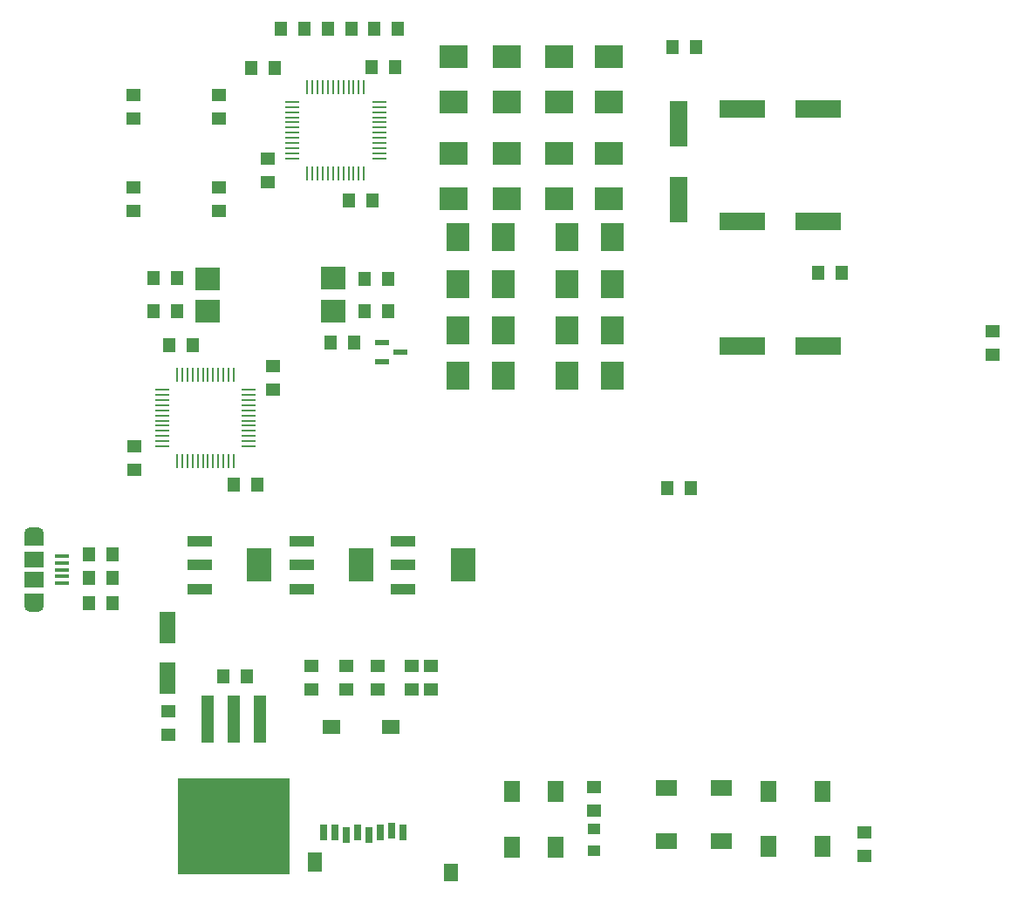
<source format=gtp>
G04*
G04 #@! TF.GenerationSoftware,Altium Limited,Altium Designer,21.2.1 (34)*
G04*
G04 Layer_Color=8421504*
%FSTAX24Y24*%
%MOIN*%
G70*
G04*
G04 #@! TF.SameCoordinates,5BC75E6B-F5FC-40A1-8AA7-6D38C453C1D6*
G04*
G04*
G04 #@! TF.FilePolarity,Positive*
G04*
G01*
G75*
%ADD21R,0.0500X0.0550*%
%ADD22R,0.1080X0.0850*%
%ADD23R,0.1732X0.0709*%
%ADD24R,0.0709X0.1732*%
%ADD25R,0.0850X0.1080*%
%ADD26R,0.0550X0.0500*%
%ADD27R,0.0591X0.0787*%
%ADD28R,0.0787X0.0591*%
%ADD29R,0.0472X0.0433*%
%ADD30R,0.0551X0.0700*%
%ADD31R,0.0315X0.0591*%
%ADD32R,0.0709X0.0551*%
%ADD33R,0.0551X0.0748*%
%ADD34R,0.0945X0.0394*%
%ADD35R,0.0945X0.1299*%
%ADD36R,0.0520X0.0220*%
%ADD37R,0.0920X0.0860*%
%ADD38R,0.0580X0.0110*%
%ADD39R,0.0110X0.0580*%
%ADD40R,0.0530X0.0160*%
%ADD41R,0.0750X0.0590*%
%ADD42O,0.0750X0.0480*%
%ADD43R,0.0630X0.1240*%
%ADD44R,0.0453X0.1811*%
%ADD45R,0.4252X0.3701*%
G36*
X010922Y023812D02*
X011672D01*
Y023352D01*
X010922D01*
Y023812D01*
D02*
G37*
G36*
Y025648D02*
X011672D01*
Y026108D01*
X010922D01*
Y025648D01*
D02*
G37*
D21*
X0366Y04471D02*
D03*
X0357D02*
D03*
X04217Y03607D02*
D03*
X04127D02*
D03*
X02262Y03343D02*
D03*
X02352D02*
D03*
X02484Y03462D02*
D03*
X02394D02*
D03*
X02484Y03586D02*
D03*
X02394D02*
D03*
X02518Y04541D02*
D03*
X02428D02*
D03*
X02418Y04394D02*
D03*
X02508D02*
D03*
X02251Y04541D02*
D03*
X02341D02*
D03*
X02161D02*
D03*
X02071D02*
D03*
X02048Y04391D02*
D03*
X01958D02*
D03*
X01585Y03589D02*
D03*
X01675D02*
D03*
Y03461D02*
D03*
X01585D02*
D03*
X01645Y03331D02*
D03*
X01735D02*
D03*
X01982Y028D02*
D03*
X01892D02*
D03*
X0143Y02531D02*
D03*
X0134D02*
D03*
X0143Y02443D02*
D03*
X0134D02*
D03*
X0143Y02344D02*
D03*
X0134D02*
D03*
X01944Y02066D02*
D03*
X01854D02*
D03*
X03638Y02786D02*
D03*
X03548D02*
D03*
X02331Y03886D02*
D03*
X02421D02*
D03*
D22*
X03325Y042613D02*
D03*
Y044345D02*
D03*
X031351Y042613D02*
D03*
Y044345D02*
D03*
X029353D02*
D03*
Y042613D02*
D03*
X027324D02*
D03*
Y044345D02*
D03*
X03325Y040656D02*
D03*
Y038924D02*
D03*
X031341D02*
D03*
Y040656D02*
D03*
X029353Y038924D02*
D03*
Y040656D02*
D03*
X027324Y038924D02*
D03*
Y040656D02*
D03*
D23*
X038353Y03805D02*
D03*
X041267D02*
D03*
X038353Y04236D02*
D03*
X041267D02*
D03*
Y0333D02*
D03*
X038353D02*
D03*
D24*
X03591Y038887D02*
D03*
Y0418D02*
D03*
D25*
X027497Y03387D02*
D03*
X029229D02*
D03*
X027497Y03565D02*
D03*
X029229D02*
D03*
X027497Y03745D02*
D03*
X029229D02*
D03*
X031643D02*
D03*
X033375D02*
D03*
X031643Y03565D02*
D03*
X033375D02*
D03*
X031643Y03387D02*
D03*
X033375D02*
D03*
X029229Y03214D02*
D03*
X027497D02*
D03*
X031643D02*
D03*
X033375D02*
D03*
D26*
X04791Y03295D02*
D03*
Y03385D02*
D03*
X04303Y01377D02*
D03*
Y01467D02*
D03*
X03269Y01552D02*
D03*
Y01642D02*
D03*
X02647Y02106D02*
D03*
Y02016D02*
D03*
X02571D02*
D03*
Y02106D02*
D03*
X02441D02*
D03*
Y02016D02*
D03*
X02322Y02106D02*
D03*
Y02016D02*
D03*
X02189Y02106D02*
D03*
Y02016D02*
D03*
X02041Y03251D02*
D03*
Y03161D02*
D03*
X020225Y03955D02*
D03*
Y04045D02*
D03*
X01836Y04288D02*
D03*
Y04198D02*
D03*
X01508Y04288D02*
D03*
Y04198D02*
D03*
X01836Y03935D02*
D03*
Y03845D02*
D03*
X01508D02*
D03*
Y03935D02*
D03*
X01511Y02855D02*
D03*
Y02945D02*
D03*
X01641Y01842D02*
D03*
Y01932D02*
D03*
D27*
X04141Y016263D02*
D03*
Y014137D02*
D03*
X03936Y016263D02*
D03*
Y014137D02*
D03*
X03121Y016243D02*
D03*
Y014117D02*
D03*
X029553D02*
D03*
Y016243D02*
D03*
D28*
X035447Y0164D02*
D03*
X037573D02*
D03*
X035447Y01435D02*
D03*
X037573D02*
D03*
D29*
X03269Y013987D02*
D03*
Y014813D02*
D03*
D30*
X027214Y013156D02*
D03*
D31*
X025383Y014671D02*
D03*
X02495Y01475D02*
D03*
X024517Y014671D02*
D03*
X023651D02*
D03*
X023218Y014593D02*
D03*
X022785Y014671D02*
D03*
X022352D02*
D03*
X024084Y014593D02*
D03*
D32*
X022667Y018726D02*
D03*
X024911D02*
D03*
D33*
X022037Y013549D02*
D03*
D34*
X0254Y025808D02*
D03*
Y024902D02*
D03*
Y023997D02*
D03*
X017608Y025808D02*
D03*
Y024902D02*
D03*
Y023997D02*
D03*
X021508D02*
D03*
Y024902D02*
D03*
Y025808D02*
D03*
D35*
X027683Y024902D02*
D03*
X019892D02*
D03*
X023792D02*
D03*
D36*
X024578Y033425D02*
D03*
Y032675D02*
D03*
X025284Y03305D02*
D03*
D37*
X022722Y035872D02*
D03*
Y034622D02*
D03*
X01793Y035865D02*
D03*
Y034615D02*
D03*
D38*
X021155Y040457D02*
D03*
Y040654D02*
D03*
Y040851D02*
D03*
Y041048D02*
D03*
Y041245D02*
D03*
Y041442D02*
D03*
Y041638D02*
D03*
Y041835D02*
D03*
Y042032D02*
D03*
Y042229D02*
D03*
Y042426D02*
D03*
Y042623D02*
D03*
X024475D02*
D03*
Y042426D02*
D03*
Y042229D02*
D03*
Y042032D02*
D03*
Y041835D02*
D03*
Y041638D02*
D03*
Y041442D02*
D03*
Y041245D02*
D03*
Y041048D02*
D03*
Y040851D02*
D03*
Y040654D02*
D03*
Y040457D02*
D03*
X0195Y030038D02*
D03*
Y030432D02*
D03*
Y030235D02*
D03*
Y029447D02*
D03*
Y029841D02*
D03*
Y029644D02*
D03*
X01618Y030235D02*
D03*
Y030038D02*
D03*
Y029644D02*
D03*
Y029447D02*
D03*
Y029841D02*
D03*
X0195Y031416D02*
D03*
Y031219D02*
D03*
Y031613D02*
D03*
Y030628D02*
D03*
Y031022D02*
D03*
Y030825D02*
D03*
X01618Y031416D02*
D03*
Y031219D02*
D03*
Y031613D02*
D03*
Y030628D02*
D03*
Y030432D02*
D03*
Y031022D02*
D03*
Y030825D02*
D03*
D39*
X021732Y0432D02*
D03*
X021929D02*
D03*
X022126D02*
D03*
X022323D02*
D03*
X02252D02*
D03*
X022717D02*
D03*
X022913D02*
D03*
X02311D02*
D03*
X023307D02*
D03*
X023504D02*
D03*
X023701D02*
D03*
X023898D02*
D03*
Y03988D02*
D03*
X023701D02*
D03*
X023504D02*
D03*
X023307D02*
D03*
X02311D02*
D03*
X022913D02*
D03*
X022717D02*
D03*
X02252D02*
D03*
X022323D02*
D03*
X022126D02*
D03*
X021929D02*
D03*
X021732D02*
D03*
X018923Y02887D02*
D03*
X018332D02*
D03*
X018135D02*
D03*
X018726D02*
D03*
X018529D02*
D03*
X017348D02*
D03*
X017742D02*
D03*
X017545D02*
D03*
X016954D02*
D03*
X016757D02*
D03*
X017151D02*
D03*
X017938D02*
D03*
X018923Y03219D02*
D03*
X018726D02*
D03*
X018135D02*
D03*
X017938D02*
D03*
X018529D02*
D03*
X018332D02*
D03*
X017545D02*
D03*
X017348D02*
D03*
X017742D02*
D03*
X016954D02*
D03*
X016757D02*
D03*
X017151D02*
D03*
D40*
X01235Y025242D02*
D03*
Y024986D02*
D03*
Y02473D02*
D03*
Y024474D02*
D03*
Y024218D02*
D03*
D41*
X011297Y025124D02*
D03*
Y024336D02*
D03*
D42*
Y026108D02*
D03*
Y023352D02*
D03*
D43*
X01639Y020595D02*
D03*
Y022525D02*
D03*
D44*
X01993Y019015D02*
D03*
X01893D02*
D03*
X01793D02*
D03*
D45*
X01893Y01493D02*
D03*
M02*

</source>
